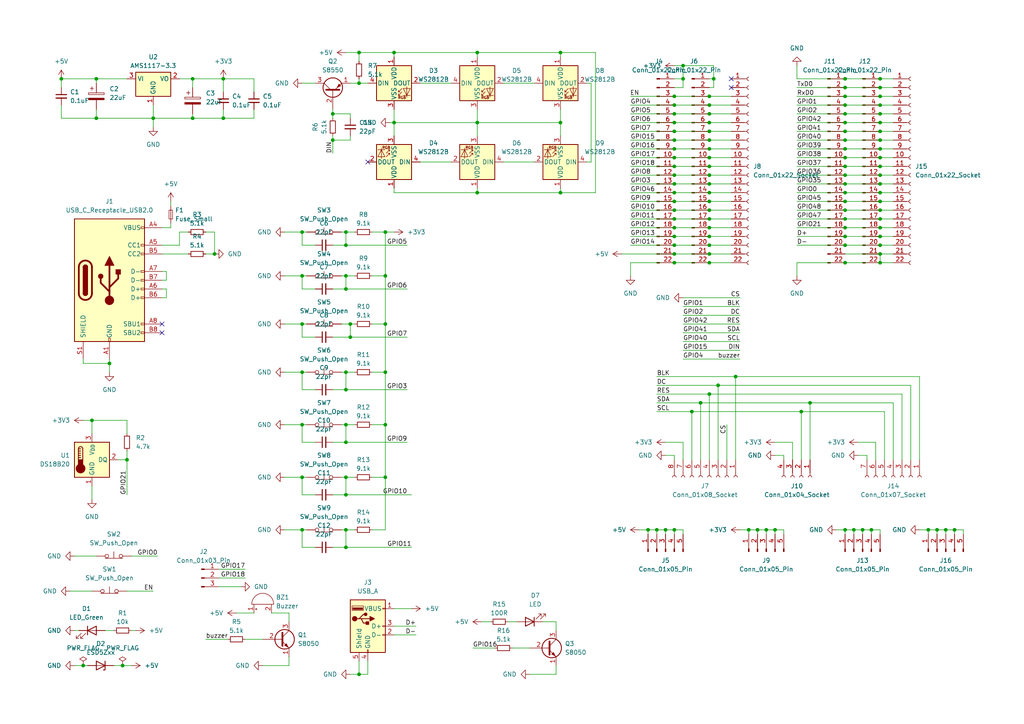
<source format=kicad_sch>
(kicad_sch (version 20230121) (generator eeschema)
  (paper "A4")
  (junction (at 100.33 113.03))
  (junction (at 222.25 153.67))
  (junction (at 213.36 109.22))
  (junction (at 111.76 107.95))
  (junction (at 245.11 43.18))
  (junction (at 35.56 193.04))
  (junction (at 245.11 38.1))
  (junction (at 205.74 55.88))
  (junction (at 114.3 15.24))
  (junction (at 101.6 97.79))
  (junction (at 245.11 33.02))
  (junction (at 205.74 71.12))
  (junction (at 255.27 60.96))
  (junction (at 193.04 153.67))
  (junction (at 100.33 158.75))
  (junction (at 255.27 40.64))
  (junction (at 87.63 123.19))
  (junction (at 100.33 123.19))
  (junction (at 205.74 76.2))
  (junction (at 255.27 55.88))
  (junction (at 111.76 67.31))
  (junction (at 271.78 153.67))
  (junction (at 205.74 48.26))
  (junction (at 245.11 63.5))
  (junction (at 195.58 68.58))
  (junction (at 195.58 45.72))
  (junction (at 245.11 40.64))
  (junction (at 207.01 22.86))
  (junction (at 255.27 22.86))
  (junction (at 62.23 73.66))
  (junction (at 36.83 133.35))
  (junction (at 245.11 71.12))
  (junction (at 255.27 43.18))
  (junction (at 245.11 30.48))
  (junction (at 96.52 40.64))
  (junction (at 217.17 153.67))
  (junction (at 195.58 48.26))
  (junction (at 55.88 22.86))
  (junction (at 245.11 50.8))
  (junction (at 195.58 76.2))
  (junction (at 111.76 123.19))
  (junction (at 255.27 27.94))
  (junction (at 255.27 71.12))
  (junction (at 87.63 153.67))
  (junction (at 245.11 68.58))
  (junction (at 104.14 24.13))
  (junction (at 162.56 35.56))
  (junction (at 224.79 153.67))
  (junction (at 162.56 55.88))
  (junction (at 205.74 33.02))
  (junction (at 255.27 38.1))
  (junction (at 26.67 121.92))
  (junction (at 111.76 138.43))
  (junction (at 195.58 60.96))
  (junction (at 195.58 53.34))
  (junction (at 87.63 67.31))
  (junction (at 219.71 153.67))
  (junction (at 245.11 66.04))
  (junction (at 195.58 35.56))
  (junction (at 255.27 45.72))
  (junction (at 205.74 58.42))
  (junction (at 27.94 34.29))
  (junction (at 195.58 66.04))
  (junction (at 27.94 22.86))
  (junction (at 255.27 66.04))
  (junction (at 255.27 25.4))
  (junction (at 100.33 143.51))
  (junction (at 274.32 153.67))
  (junction (at 101.6 93.98))
  (junction (at 55.88 34.29))
  (junction (at 255.27 68.58))
  (junction (at 195.58 33.02))
  (junction (at 205.74 40.64))
  (junction (at 187.96 153.67))
  (junction (at 245.11 22.86))
  (junction (at 250.19 153.67))
  (junction (at 195.58 73.66))
  (junction (at 205.74 43.18))
  (junction (at 205.74 66.04))
  (junction (at 255.27 48.26))
  (junction (at 31.75 105.41))
  (junction (at 205.74 114.3))
  (junction (at 245.11 53.34))
  (junction (at 195.58 55.88))
  (junction (at 64.77 34.29))
  (junction (at 205.74 27.94))
  (junction (at 87.63 107.95))
  (junction (at 100.33 138.43))
  (junction (at 100.33 71.12))
  (junction (at 245.11 45.72))
  (junction (at 87.63 93.98))
  (junction (at 198.12 22.86))
  (junction (at 205.74 30.48))
  (junction (at 255.27 35.56))
  (junction (at 205.74 60.96))
  (junction (at 205.74 38.1))
  (junction (at 100.33 83.82))
  (junction (at 138.43 35.56))
  (junction (at 64.77 22.86))
  (junction (at 255.27 63.5))
  (junction (at 24.13 193.04))
  (junction (at 96.52 33.02))
  (junction (at 114.3 35.56))
  (junction (at 255.27 76.2))
  (junction (at 195.58 43.18))
  (junction (at 195.58 30.48))
  (junction (at 205.74 68.58))
  (junction (at 111.76 93.98))
  (junction (at 198.12 19.05))
  (junction (at 162.56 15.24))
  (junction (at 205.74 53.34))
  (junction (at 100.33 107.95))
  (junction (at 205.74 63.5))
  (junction (at 255.27 73.66))
  (junction (at 245.11 27.94))
  (junction (at 87.63 80.01))
  (junction (at 203.2 116.84))
  (junction (at 255.27 53.34))
  (junction (at 232.41 119.38))
  (junction (at 195.58 50.8))
  (junction (at 245.11 48.26))
  (junction (at 245.11 60.96))
  (junction (at 111.76 80.01))
  (junction (at 100.33 153.67))
  (junction (at 269.24 153.67))
  (junction (at 195.58 71.12))
  (junction (at 276.86 153.67))
  (junction (at 255.27 50.8))
  (junction (at 200.66 119.38))
  (junction (at 247.65 153.67))
  (junction (at 245.11 58.42))
  (junction (at 195.58 27.94))
  (junction (at 195.58 40.64))
  (junction (at 205.74 73.66))
  (junction (at 138.43 55.88))
  (junction (at 195.58 153.67))
  (junction (at 205.74 50.8))
  (junction (at 17.78 22.86))
  (junction (at 234.95 116.84))
  (junction (at 245.11 76.2))
  (junction (at 255.27 33.02))
  (junction (at 252.73 153.67))
  (junction (at 208.28 111.76))
  (junction (at 100.33 80.01))
  (junction (at 255.27 30.48))
  (junction (at 245.11 55.88))
  (junction (at 245.11 25.4))
  (junction (at 195.58 63.5))
  (junction (at 104.14 15.24))
  (junction (at 138.43 15.24))
  (junction (at 255.27 58.42))
  (junction (at 44.45 34.29))
  (junction (at 100.33 67.31))
  (junction (at 190.5 153.67))
  (junction (at 245.11 153.67))
  (junction (at 205.74 45.72))
  (junction (at 205.74 35.56))
  (junction (at 245.11 35.56))
  (junction (at 195.58 38.1))
  (junction (at 195.58 58.42))
  (junction (at 87.63 138.43))
  (junction (at 100.33 128.27))
  (junction (at 104.14 195.58))
  (no_connect (at 46.99 96.52))
  (no_connect (at 106.68 46.99))
  (no_connect (at 46.99 93.98))
  (no_connect (at 212.09 22.86))
  (no_connect (at 212.09 25.4))
  (wire (pts (xy 190.5 114.3) (xy 205.74 114.3)))
  (wire (pts (xy 255.27 60.96) (xy 259.08 60.96)))
  (wire (pts (xy 205.74 25.4) (xy 207.01 25.4)))
  (wire (pts (xy 182.88 58.42) (xy 195.58 58.42)))
  (wire (pts (xy 245.11 38.1) (xy 255.27 38.1)))
  (wire (pts (xy 255.27 43.18) (xy 259.08 43.18)))
  (wire (pts (xy 195.58 60.96) (xy 205.74 60.96)))
  (wire (pts (xy 161.29 195.58) (xy 161.29 193.04)))
  (wire (pts (xy 49.53 66.04) (xy 49.53 64.77)))
  (wire (pts (xy 231.14 58.42) (xy 245.11 58.42)))
  (wire (pts (xy 111.76 80.01) (xy 111.76 67.31)))
  (wire (pts (xy 104.14 24.13) (xy 106.68 24.13)))
  (wire (pts (xy 205.74 133.35) (xy 205.74 114.3)))
  (wire (pts (xy 100.33 83.82) (xy 118.11 83.82)))
  (wire (pts (xy 269.24 153.67) (xy 269.24 154.94)))
  (wire (pts (xy 195.58 71.12) (xy 205.74 71.12)))
  (wire (pts (xy 172.72 15.24) (xy 162.56 15.24)))
  (wire (pts (xy 138.43 15.24) (xy 114.3 15.24)))
  (wire (pts (xy 205.74 43.18) (xy 212.09 43.18)))
  (wire (pts (xy 195.58 27.94) (xy 205.74 27.94)))
  (wire (pts (xy 245.11 25.4) (xy 255.27 25.4)))
  (wire (pts (xy 255.27 76.2) (xy 259.08 76.2)))
  (wire (pts (xy 231.14 45.72) (xy 245.11 45.72)))
  (wire (pts (xy 100.33 158.75) (xy 119.38 158.75)))
  (wire (pts (xy 76.2 193.04) (xy 83.82 193.04)))
  (wire (pts (xy 36.83 171.45) (xy 44.45 171.45)))
  (wire (pts (xy 38.1 161.29) (xy 45.72 161.29)))
  (wire (pts (xy 46.99 66.04) (xy 49.53 66.04)))
  (wire (pts (xy 245.11 27.94) (xy 255.27 27.94)))
  (wire (pts (xy 96.52 33.02) (xy 96.52 34.29)))
  (wire (pts (xy 256.54 119.38) (xy 256.54 133.35)))
  (wire (pts (xy 99.06 153.67) (xy 100.33 153.67)))
  (wire (pts (xy 96.52 31.75) (xy 96.52 33.02)))
  (wire (pts (xy 195.58 38.1) (xy 205.74 38.1)))
  (wire (pts (xy 205.74 40.64) (xy 212.09 40.64)))
  (wire (pts (xy 17.78 34.29) (xy 27.94 34.29)))
  (wire (pts (xy 52.07 71.12) (xy 52.07 67.31)))
  (wire (pts (xy 205.74 76.2) (xy 212.09 76.2)))
  (wire (pts (xy 190.5 109.22) (xy 213.36 109.22)))
  (wire (pts (xy 207.01 25.4) (xy 207.01 22.86)))
  (wire (pts (xy 100.33 128.27) (xy 100.33 123.19)))
  (wire (pts (xy 193.04 128.27) (xy 198.12 128.27)))
  (wire (pts (xy 107.95 93.98) (xy 111.76 93.98)))
  (wire (pts (xy 195.58 58.42) (xy 205.74 58.42)))
  (wire (pts (xy 255.27 48.26) (xy 259.08 48.26)))
  (wire (pts (xy 44.45 34.29) (xy 44.45 36.83)))
  (wire (pts (xy 245.11 30.48) (xy 255.27 30.48)))
  (wire (pts (xy 276.86 153.67) (xy 276.86 154.94)))
  (wire (pts (xy 195.58 48.26) (xy 205.74 48.26)))
  (wire (pts (xy 35.56 193.04) (xy 38.1 193.04)))
  (wire (pts (xy 147.32 180.34) (xy 149.86 180.34)))
  (wire (pts (xy 48.26 78.74) (xy 48.26 81.28)))
  (wire (pts (xy 203.2 133.35) (xy 203.2 116.84)))
  (wire (pts (xy 182.88 55.88) (xy 195.58 55.88)))
  (wire (pts (xy 195.58 153.67) (xy 195.58 154.94)))
  (wire (pts (xy 231.14 76.2) (xy 231.14 80.01)))
  (wire (pts (xy 121.92 24.13) (xy 130.81 24.13)))
  (wire (pts (xy 27.94 31.75) (xy 27.94 34.29)))
  (wire (pts (xy 82.55 138.43) (xy 87.63 138.43)))
  (wire (pts (xy 96.52 158.75) (xy 100.33 158.75)))
  (wire (pts (xy 73.66 22.86) (xy 64.77 22.86)))
  (wire (pts (xy 162.56 35.56) (xy 138.43 35.56)))
  (wire (pts (xy 36.83 121.92) (xy 36.83 125.73)))
  (wire (pts (xy 187.96 153.67) (xy 190.5 153.67)))
  (wire (pts (xy 245.11 71.12) (xy 255.27 71.12)))
  (wire (pts (xy 205.74 45.72) (xy 212.09 45.72)))
  (wire (pts (xy 87.63 153.67) (xy 88.9 153.67)))
  (wire (pts (xy 276.86 153.67) (xy 279.4 153.67)))
  (wire (pts (xy 87.63 128.27) (xy 87.63 123.19)))
  (wire (pts (xy 62.23 67.31) (xy 59.69 67.31)))
  (wire (pts (xy 114.3 54.61) (xy 114.3 55.88)))
  (wire (pts (xy 100.33 83.82) (xy 100.33 80.01)))
  (wire (pts (xy 229.87 128.27) (xy 229.87 133.35)))
  (wire (pts (xy 245.11 53.34) (xy 255.27 53.34)))
  (wire (pts (xy 137.16 187.96) (xy 143.51 187.96)))
  (wire (pts (xy 205.74 63.5) (xy 212.09 63.5)))
  (wire (pts (xy 87.63 143.51) (xy 87.63 138.43)))
  (wire (pts (xy 231.14 76.2) (xy 245.11 76.2)))
  (wire (pts (xy 100.33 80.01) (xy 102.87 80.01)))
  (wire (pts (xy 87.63 158.75) (xy 87.63 153.67)))
  (wire (pts (xy 104.14 195.58) (xy 101.6 195.58)))
  (wire (pts (xy 96.52 71.12) (xy 100.33 71.12)))
  (wire (pts (xy 106.68 191.77) (xy 106.68 195.58)))
  (wire (pts (xy 33.02 193.04) (xy 35.56 193.04)))
  (wire (pts (xy 91.44 83.82) (xy 87.63 83.82)))
  (wire (pts (xy 114.3 31.75) (xy 114.3 35.56)))
  (wire (pts (xy 232.41 119.38) (xy 232.41 133.35)))
  (wire (pts (xy 255.27 53.34) (xy 259.08 53.34)))
  (wire (pts (xy 138.43 31.75) (xy 138.43 35.56)))
  (wire (pts (xy 254 128.27) (xy 248.92 128.27)))
  (wire (pts (xy 82.55 80.01) (xy 87.63 80.01)))
  (wire (pts (xy 87.63 97.79) (xy 87.63 93.98)))
  (wire (pts (xy 48.26 83.82) (xy 48.26 86.36)))
  (wire (pts (xy 36.83 130.81) (xy 36.83 133.35)))
  (wire (pts (xy 101.6 24.13) (xy 104.14 24.13)))
  (wire (pts (xy 62.23 73.66) (xy 62.23 67.31)))
  (wire (pts (xy 55.88 33.02) (xy 55.88 34.29)))
  (wire (pts (xy 55.88 22.86) (xy 64.77 22.86)))
  (wire (pts (xy 214.63 153.67) (xy 217.17 153.67)))
  (wire (pts (xy 234.95 116.84) (xy 234.95 133.35)))
  (wire (pts (xy 100.33 153.67) (xy 102.87 153.67)))
  (wire (pts (xy 255.27 50.8) (xy 259.08 50.8)))
  (wire (pts (xy 247.65 153.67) (xy 250.19 153.67)))
  (wire (pts (xy 24.13 105.41) (xy 31.75 105.41)))
  (wire (pts (xy 100.33 158.75) (xy 100.33 153.67)))
  (wire (pts (xy 231.14 55.88) (xy 245.11 55.88)))
  (wire (pts (xy 231.14 38.1) (xy 245.11 38.1)))
  (wire (pts (xy 138.43 55.88) (xy 162.56 55.88)))
  (wire (pts (xy 36.83 133.35) (xy 36.83 143.51)))
  (wire (pts (xy 245.11 66.04) (xy 255.27 66.04)))
  (wire (pts (xy 255.27 66.04) (xy 259.08 66.04)))
  (wire (pts (xy 195.58 68.58) (xy 205.74 68.58)))
  (wire (pts (xy 245.11 58.42) (xy 255.27 58.42)))
  (wire (pts (xy 101.6 97.79) (xy 118.11 97.79)))
  (wire (pts (xy 96.52 44.45) (xy 96.52 40.64)))
  (wire (pts (xy 190.5 119.38) (xy 200.66 119.38)))
  (wire (pts (xy 182.88 71.12) (xy 195.58 71.12)))
  (wire (pts (xy 231.14 60.96) (xy 245.11 60.96)))
  (wire (pts (xy 100.33 113.03) (xy 100.33 107.95)))
  (wire (pts (xy 264.16 111.76) (xy 264.16 133.35)))
  (wire (pts (xy 255.27 153.67) (xy 255.27 154.94)))
  (wire (pts (xy 111.76 107.95) (xy 111.76 123.19)))
  (wire (pts (xy 121.92 46.99) (xy 130.81 46.99)))
  (wire (pts (xy 182.88 40.64) (xy 195.58 40.64)))
  (wire (pts (xy 111.76 93.98) (xy 111.76 80.01)))
  (wire (pts (xy 96.52 40.64) (xy 96.52 39.37)))
  (wire (pts (xy 100.33 107.95) (xy 102.87 107.95)))
  (wire (pts (xy 87.63 71.12) (xy 87.63 67.31)))
  (wire (pts (xy 52.07 22.86) (xy 55.88 22.86)))
  (wire (pts (xy 48.26 81.28) (xy 46.99 81.28)))
  (wire (pts (xy 46.99 78.74) (xy 48.26 78.74)))
  (wire (pts (xy 99.06 107.95) (xy 100.33 107.95)))
  (wire (pts (xy 182.88 27.94) (xy 195.58 27.94)))
  (wire (pts (xy 138.43 15.24) (xy 138.43 16.51)))
  (wire (pts (xy 114.3 176.53) (xy 119.38 176.53)))
  (wire (pts (xy 107.95 80.01) (xy 111.76 80.01)))
  (wire (pts (xy 255.27 33.02) (xy 259.08 33.02)))
  (wire (pts (xy 198.12 88.9) (xy 214.63 88.9)))
  (wire (pts (xy 224.79 153.67) (xy 227.33 153.67)))
  (wire (pts (xy 111.76 123.19) (xy 111.76 138.43)))
  (wire (pts (xy 96.52 143.51) (xy 100.33 143.51)))
  (wire (pts (xy 195.58 50.8) (xy 205.74 50.8)))
  (wire (pts (xy 245.11 60.96) (xy 255.27 60.96)))
  (wire (pts (xy 82.55 153.67) (xy 87.63 153.67)))
  (wire (pts (xy 224.79 153.67) (xy 224.79 154.94)))
  (wire (pts (xy 146.05 46.99) (xy 154.94 46.99)))
  (wire (pts (xy 205.74 114.3) (xy 261.62 114.3)))
  (wire (pts (xy 99.06 67.31) (xy 100.33 67.31)))
  (wire (pts (xy 255.27 38.1) (xy 259.08 38.1)))
  (wire (pts (xy 27.94 22.86) (xy 27.94 24.13)))
  (wire (pts (xy 227.33 153.67) (xy 227.33 154.94)))
  (wire (pts (xy 231.14 19.05) (xy 231.14 22.86)))
  (wire (pts (xy 111.76 138.43) (xy 111.76 153.67)))
  (wire (pts (xy 182.88 66.04) (xy 195.58 66.04)))
  (wire (pts (xy 182.88 33.02) (xy 195.58 33.02)))
  (wire (pts (xy 182.88 43.18) (xy 195.58 43.18)))
  (wire (pts (xy 195.58 30.48) (xy 205.74 30.48)))
  (wire (pts (xy 55.88 34.29) (xy 44.45 34.29)))
  (wire (pts (xy 107.95 67.31) (xy 111.76 67.31)))
  (wire (pts (xy 96.52 83.82) (xy 100.33 83.82)))
  (wire (pts (xy 114.3 184.15) (xy 120.65 184.15)))
  (wire (pts (xy 21.59 193.04) (xy 24.13 193.04)))
  (wire (pts (xy 55.88 22.86) (xy 55.88 25.4)))
  (wire (pts (xy 182.88 48.26) (xy 195.58 48.26)))
  (wire (pts (xy 205.74 33.02) (xy 212.09 33.02)))
  (wire (pts (xy 101.6 97.79) (xy 101.6 93.98)))
  (wire (pts (xy 87.63 80.01) (xy 88.9 80.01)))
  (wire (pts (xy 182.88 60.96) (xy 195.58 60.96)))
  (wire (pts (xy 146.05 24.13) (xy 154.94 24.13)))
  (wire (pts (xy 87.63 107.95) (xy 88.9 107.95)))
  (wire (pts (xy 255.27 63.5) (xy 259.08 63.5)))
  (wire (pts (xy 87.63 138.43) (xy 88.9 138.43)))
  (wire (pts (xy 180.34 73.66) (xy 195.58 73.66)))
  (wire (pts (xy 234.95 116.84) (xy 259.08 116.84)))
  (wire (pts (xy 252.73 153.67) (xy 255.27 153.67)))
  (wire (pts (xy 198.12 19.05) (xy 198.12 22.86)))
  (wire (pts (xy 195.58 55.88) (xy 205.74 55.88)))
  (wire (pts (xy 231.14 22.86) (xy 245.11 22.86)))
  (wire (pts (xy 82.55 107.95) (xy 87.63 107.95)))
  (wire (pts (xy 101.6 34.29) (xy 101.6 33.02)))
  (wire (pts (xy 195.58 66.04) (xy 205.74 66.04)))
  (wire (pts (xy 274.32 153.67) (xy 276.86 153.67)))
  (wire (pts (xy 231.14 66.04) (xy 245.11 66.04)))
  (wire (pts (xy 195.58 33.02) (xy 205.74 33.02)))
  (wire (pts (xy 255.27 27.94) (xy 259.08 27.94)))
  (wire (pts (xy 205.74 48.26) (xy 212.09 48.26)))
  (wire (pts (xy 259.08 116.84) (xy 259.08 133.35)))
  (wire (pts (xy 255.27 73.66) (xy 259.08 73.66)))
  (wire (pts (xy 101.6 93.98) (xy 102.87 93.98)))
  (wire (pts (xy 20.32 171.45) (xy 26.67 171.45)))
  (wire (pts (xy 100.33 67.31) (xy 102.87 67.31)))
  (wire (pts (xy 271.78 153.67) (xy 274.32 153.67)))
  (wire (pts (xy 255.27 73.66) (xy 255.27 76.2)))
  (wire (pts (xy 111.76 107.95) (xy 111.76 93.98)))
  (wire (pts (xy 195.58 40.64) (xy 205.74 40.64)))
  (wire (pts (xy 187.96 153.67) (xy 187.96 154.94)))
  (wire (pts (xy 83.82 177.8) (xy 78.74 177.8)))
  (wire (pts (xy 24.13 193.04) (xy 25.4 193.04)))
  (wire (pts (xy 245.11 73.66) (xy 255.27 73.66)))
  (wire (pts (xy 198.12 25.4) (xy 195.58 25.4)))
  (wire (pts (xy 255.27 22.86) (xy 259.08 22.86)))
  (wire (pts (xy 157.48 180.34) (xy 161.29 180.34)))
  (wire (pts (xy 190.5 153.67) (xy 193.04 153.67)))
  (wire (pts (xy 170.18 24.13) (xy 171.45 24.13)))
  (wire (pts (xy 64.77 22.86) (xy 64.77 26.67)))
  (wire (pts (xy 49.53 58.42) (xy 49.53 59.69)))
  (wire (pts (xy 21.59 161.29) (xy 27.94 161.29)))
  (wire (pts (xy 205.74 66.04) (xy 212.09 66.04)))
  (wire (pts (xy 205.74 38.1) (xy 212.09 38.1)))
  (wire (pts (xy 195.58 73.66) (xy 205.74 73.66)))
  (wire (pts (xy 255.27 40.64) (xy 259.08 40.64)))
  (wire (pts (xy 182.88 68.58) (xy 195.58 68.58)))
  (wire (pts (xy 71.12 185.42) (xy 76.2 185.42)))
  (wire (pts (xy 213.36 133.35) (xy 213.36 109.22)))
  (wire (pts (xy 205.74 60.96) (xy 212.09 60.96)))
  (wire (pts (xy 245.11 45.72) (xy 255.27 45.72)))
  (wire (pts (xy 36.83 22.86) (xy 27.94 22.86)))
  (wire (pts (xy 46.99 71.12) (xy 52.07 71.12)))
  (wire (pts (xy 100.33 143.51) (xy 100.33 138.43)))
  (wire (pts (xy 185.42 153.67) (xy 187.96 153.67)))
  (wire (pts (xy 245.11 63.5) (xy 255.27 63.5)))
  (wire (pts (xy 68.58 177.8) (xy 73.66 177.8)))
  (wire (pts (xy 219.71 153.67) (xy 219.71 154.94)))
  (wire (pts (xy 63.5 170.18) (xy 69.85 170.18)))
  (wire (pts (xy 195.58 63.5) (xy 205.74 63.5)))
  (wire (pts (xy 195.58 43.18) (xy 205.74 43.18)))
  (wire (pts (xy 205.74 71.12) (xy 212.09 71.12)))
  (wire (pts (xy 245.11 22.86) (xy 255.27 22.86)))
  (wire (pts (xy 107.95 138.43) (xy 111.76 138.43)))
  (wire (pts (xy 46.99 73.66) (xy 54.61 73.66)))
  (wire (pts (xy 63.5 165.1) (xy 71.12 165.1)))
  (wire (pts (xy 245.11 76.2) (xy 255.27 76.2)))
  (wire (pts (xy 182.88 30.48) (xy 195.58 30.48)))
  (wire (pts (xy 162.56 31.75) (xy 162.56 35.56)))
  (wire (pts (xy 200.66 119.38) (xy 232.41 119.38)))
  (wire (pts (xy 99.06 123.19) (xy 100.33 123.19)))
  (wire (pts (xy 87.63 93.98) (xy 88.9 93.98)))
  (wire (pts (xy 114.3 15.24) (xy 104.14 15.24)))
  (wire (pts (xy 36.83 133.35) (xy 34.29 133.35)))
  (wire (pts (xy 208.28 133.35) (xy 208.28 111.76)))
  (wire (pts (xy 269.24 153.67) (xy 271.78 153.67)))
  (wire (pts (xy 44.45 30.48) (xy 44.45 34.29)))
  (wire (pts (xy 231.14 68.58) (xy 245.11 68.58)))
  (wire (pts (xy 26.67 140.97) (xy 26.67 144.78)))
  (wire (pts (xy 205.74 58.42) (xy 212.09 58.42)))
  (wire (pts (xy 46.99 83.82) (xy 48.26 83.82)))
  (wire (pts (xy 63.5 167.64) (xy 71.12 167.64)))
  (wire (pts (xy 171.45 24.13) (xy 171.45 46.99)))
  (wire (pts (xy 99.06 138.43) (xy 100.33 138.43)))
  (wire (pts (xy 100.33 143.51) (xy 119.38 143.51)))
  (wire (pts (xy 255.27 30.48) (xy 259.08 30.48)))
  (wire (pts (xy 198.12 104.14) (xy 214.63 104.14)))
  (wire (pts (xy 91.44 113.03) (xy 87.63 113.03)))
  (wire (pts (xy 245.11 35.56) (xy 255.27 35.56)))
  (wire (pts (xy 210.82 123.19) (xy 210.82 133.35)))
  (wire (pts (xy 254 133.35) (xy 254 128.27)))
  (wire (pts (xy 162.56 16.51) (xy 162.56 15.24)))
  (wire (pts (xy 148.59 187.96) (xy 153.67 187.96)))
  (wire (pts (xy 96.52 113.03) (xy 100.33 113.03)))
  (wire (pts (xy 203.2 116.84) (xy 234.95 116.84)))
  (wire (pts (xy 274.32 153.67) (xy 274.32 154.94)))
  (wire (pts (xy 231.14 25.4) (xy 245.11 25.4)))
  (wire (pts (xy 106.68 195.58) (xy 104.14 195.58)))
  (wire (pts (xy 46.99 86.36) (xy 48.26 86.36)))
  (wire (pts (xy 266.7 153.67) (xy 269.24 153.67)))
  (wire (pts (xy 73.66 26.67) (xy 73.66 22.86)))
  (wire (pts (xy 219.71 153.67) (xy 222.25 153.67)))
  (wire (pts (xy 30.48 182.88) (xy 33.02 182.88)))
  (wire (pts (xy 17.78 22.86) (xy 27.94 22.86)))
  (wire (pts (xy 59.69 73.66) (xy 62.23 73.66)))
  (wire (pts (xy 99.06 80.01) (xy 100.33 80.01)))
  (wire (pts (xy 252.73 153.67) (xy 252.73 154.94)))
  (wire (pts (xy 195.58 53.34) (xy 205.74 53.34)))
  (wire (pts (xy 182.88 50.8) (xy 195.58 50.8)))
  (wire (pts (xy 231.14 33.02) (xy 245.11 33.02)))
  (wire (pts (xy 205.74 55.88) (xy 212.09 55.88)))
  (wire (pts (xy 213.36 109.22) (xy 266.7 109.22)))
  (wire (pts (xy 104.14 15.24) (xy 104.14 17.78)))
  (wire (pts (xy 198.12 99.06) (xy 214.63 99.06)))
  (wire (pts (xy 250.19 153.67) (xy 250.19 154.94)))
  (wire (pts (xy 231.14 50.8) (xy 245.11 50.8)))
  (wire (pts (xy 162.56 35.56) (xy 162.56 39.37)))
  (wire (pts (xy 31.75 105.41) (xy 31.75 107.95)))
  (wire (pts (xy 198.12 128.27) (xy 198.12 133.35)))
  (wire (pts (xy 31.75 104.14) (xy 31.75 105.41)))
  (wire (pts (xy 205.74 30.48) (xy 212.09 30.48)))
  (wire (pts (xy 245.11 40.64) (xy 255.27 40.64)))
  (wire (pts (xy 195.58 22.86) (xy 198.12 22.86)))
  (wire (pts (xy 101.6 39.37) (xy 101.6 40.64)))
  (wire (pts (xy 83.82 193.04) (xy 83.82 190.5)))
  (wire (pts (xy 205.74 50.8) (xy 212.09 50.8)))
  (wire (pts (xy 171.45 46.99) (xy 170.18 46.99)))
  (wire (pts (xy 73.66 31.75) (xy 73.66 34.29)))
  (wire (pts (xy 38.1 182.88) (xy 39.37 182.88)))
  (wire (pts (xy 182.88 76.2) (xy 195.58 76.2)))
  (wire (pts (xy 198.12 93.98) (xy 214.63 93.98)))
  (wire (pts (xy 231.14 48.26) (xy 245.11 48.26)))
  (wire (pts (xy 198.12 86.36) (xy 214.63 86.36)))
  (wire (pts (xy 261.62 114.3) (xy 261.62 133.35)))
  (wire (pts (xy 231.14 43.18) (xy 245.11 43.18)))
  (wire (pts (xy 198.12 22.86) (xy 198.12 25.4)))
  (wire (pts (xy 162.56 54.61) (xy 162.56 55.88)))
  (wire (pts (xy 271.78 153.67) (xy 271.78 154.94)))
  (wire (pts (xy 113.03 35.56) (xy 114.3 35.56)))
  (wire (pts (xy 248.92 132.08) (xy 251.46 132.08)))
  (wire (pts (xy 101.6 40.64) (xy 96.52 40.64)))
  (wire (pts (xy 87.63 113.03) (xy 87.63 107.95)))
  (wire (pts (xy 87.63 24.13) (xy 91.44 24.13)))
  (wire (pts (xy 198.12 101.6) (xy 214.63 101.6)))
  (wire (pts (xy 217.17 153.67) (xy 219.71 153.67)))
  (wire (pts (xy 21.59 182.88) (xy 22.86 182.88)))
  (wire (pts (xy 138.43 35.56) (xy 138.43 39.37)))
  (wire (pts (xy 91.44 143.51) (xy 87.63 143.51)))
  (wire (pts (xy 111.76 67.31) (xy 114.3 67.31)))
  (wire (pts (xy 107.95 107.95) (xy 111.76 107.95)))
  (wire (pts (xy 114.3 55.88) (xy 138.43 55.88)))
  (wire (pts (xy 255.27 35.56) (xy 259.08 35.56)))
  (wire (pts (xy 17.78 25.4) (xy 17.78 22.86)))
  (wire (pts (xy 195.58 45.72) (xy 205.74 45.72)))
  (wire (pts (xy 205.74 22.86) (xy 207.01 22.86)))
  (wire (pts (xy 205.74 68.58) (xy 212.09 68.58)))
  (wire (pts (xy 64.77 34.29) (xy 55.88 34.29)))
  (wire (pts (xy 245.11 153.67) (xy 247.65 153.67)))
  (wire (pts (xy 224.79 128.27) (xy 229.87 128.27)))
  (wire (pts (xy 91.44 128.27) (xy 87.63 128.27)))
  (wire (pts (xy 138.43 54.61) (xy 138.43 55.88)))
  (wire (pts (xy 222.25 153.67) (xy 224.79 153.67)))
  (wire (pts (xy 87.63 83.82) (xy 87.63 80.01)))
  (wire (pts (xy 182.88 53.34) (xy 195.58 53.34)))
  (wire (pts (xy 198.12 91.44) (xy 214.63 91.44)))
  (wire (pts (xy 52.07 67.31) (xy 54.61 67.31)))
  (wire (pts (xy 193.04 153.67) (xy 193.04 154.94)))
  (wire (pts (xy 224.79 132.08) (xy 227.33 132.08)))
  (wire (pts (xy 91.44 97.79) (xy 87.63 97.79)))
  (wire (pts (xy 153.67 195.58) (xy 161.29 195.58)))
  (wire (pts (xy 195.58 19.05) (xy 198.12 19.05)))
  (wire (pts (xy 96.52 97.79) (xy 101.6 97.79)))
  (wire (pts (xy 114.3 35.56) (xy 114.3 39.37)))
  (wire (pts (xy 82.55 123.19) (xy 87.63 123.19)))
  (wire (pts (xy 207.01 22.86) (xy 207.01 19.05)))
  (wire (pts (xy 195.58 35.56) (xy 205.74 35.56)))
  (wire (pts (xy 231.14 35.56) (xy 245.11 35.56)))
  (wire (pts (xy 279.4 153.67) (xy 279.4 154.94)))
  (wire (pts (xy 17.78 30.48) (xy 17.78 34.29)))
  (wire (pts (xy 96.52 128.27) (xy 100.33 128.27)))
  (wire (pts (xy 100.33 123.19) (xy 102.87 123.19)))
  (wire (pts (xy 162.56 15.24) (xy 138.43 15.24)))
  (wire (pts (xy 24.13 104.14) (xy 24.13 105.41)))
  (wire (pts (xy 27.94 34.29) (xy 44.45 34.29)))
  (wire (pts (xy 83.82 180.34) (xy 83.82 177.8)))
  (wire (pts (xy 231.14 53.34) (xy 245.11 53.34)))
  (wire (pts (xy 100.33 138.43) (xy 102.87 138.43)))
  (wire (pts (xy 182.88 38.1) (xy 195.58 38.1)))
  (wire (pts (xy 205.74 73.66) (xy 212.09 73.66)))
  (wire (pts (xy 100.33 71.12) (xy 118.11 71.12)))
  (wire (pts (xy 231.14 27.94) (xy 245.11 27.94)))
  (wire (pts (xy 195.58 153.67) (xy 198.12 153.67)))
  (wire (pts (xy 247.65 153.67) (xy 247.65 154.94)))
  (wire (pts (xy 198.12 153.67) (xy 198.12 154.94)))
  (wire (pts (xy 255.27 55.88) (xy 259.08 55.88)))
  (wire (pts (xy 193.04 132.08) (xy 195.58 132.08)))
  (wire (pts (xy 139.7 180.34) (xy 142.24 180.34)))
  (wire (pts (xy 104.14 15.24) (xy 100.33 15.24)))
  (wire (pts (xy 245.11 48.26) (xy 255.27 48.26)))
  (wire (pts (xy 231.14 40.64) (xy 245.11 40.64)))
  (wire (pts (xy 82.55 67.31) (xy 87.63 67.31)))
  (wire (pts (xy 232.41 119.38) (xy 256.54 119.38)))
  (wire (pts (xy 222.25 153.67) (xy 222.25 154.94)))
  (wire (pts (xy 205.74 35.56) (xy 212.09 35.56)))
  (wire (pts (xy 231.14 30.48) (xy 245.11 30.48)))
  (wire (pts (xy 266.7 109.22) (xy 266.7 133.35)))
  (wire (pts (xy 255.27 25.4) (xy 259.08 25.4)))
  (wire (pts (xy 245.11 55.88) (xy 255.27 55.88)))
  (wire (pts (xy 107.95 123.19) (xy 111.76 123.19)))
  (wire (pts (xy 100.33 113.03) (xy 118.11 113.03)))
  (wire (pts (xy 87.63 67.31) (xy 88.9 67.31)))
  (wire (pts (xy 255.27 58.42) (xy 259.08 58.42)))
  (wire (pts (xy 182.88 76.2) (xy 182.88 80.01)))
  (wire (pts (xy 26.67 121.92) (xy 36.83 121.92)))
  (wire (pts (xy 245.11 33.02) (xy 255.27 33.02)))
  (wire (pts (xy 251.46 132.08) (xy 251.46 133.35)))
  (wire (pts (xy 245.11 43.18) (xy 255.27 43.18)))
  (wire (pts (xy 26.67 121.92) (xy 26.67 125.73)))
  (wire (pts (xy 104.14 191.77) (xy 104.14 195.58)))
  (wire (pts (xy 162.56 55.88) (xy 172.72 55.88)))
  (wire (pts (xy 208.28 111.76) (xy 264.16 111.76)))
  (wire (pts (xy 193.04 153.67) (xy 195.58 153.67)))
  (wire (pts (xy 242.57 153.67) (xy 245.11 153.67)))
  (wire (pts (xy 161.29 180.34) (xy 161.29 182.88)))
  (wire (pts (xy 255.27 68.58) (xy 259.08 68.58)))
  (wire (pts (xy 190.5 111.76) (xy 208.28 111.76)))
  (wire (pts (xy 64.77 31.75) (xy 64.77 34.29)))
  (wire (pts (xy 101.6 33.02) (xy 96.52 33.02)))
  (wire (pts (xy 59.69 185.42) (xy 66.04 185.42)))
  (wire (pts (xy 82.55 93.98) (xy 87.63 93.98)))
  (wire (pts (xy 245.11 50.8) (xy 255.27 50.8)))
  (wire (pts (xy 138.43 35.56) (xy 114.3 35.56)))
  (wire (pts (xy 182.88 63.5) (xy 195.58 63.5)))
  (wire (pts (xy 104.14 22.86) (xy 104.14 24.13)))
  (wire (pts (xy 182.88 35.56) (xy 195.58 35.56)))
  (wire (pts (xy 205.74 27.94) (xy 212.09 27.94)))
  (wire (pts (xy 217.17 153.67) (xy 217.17 154.94)))
  (wire (pts (xy 107.95 153.67) (xy 111.76 153.67)))
  (wire (pts (xy 190.5 153.67) (xy 190.5 154.94)))
  (wire (pts (xy 91.44 158.75) (xy 87.63 158.75)))
  (wire (pts (xy 250.19 153.67) (xy 252.73 153.67)))
  (wire (pts (xy 91.44 71.12) (xy 87.63 71.12)))
  (wire (pts (xy 195.58 76.2) (xy 205.74 76.2)))
  (wire (pts (xy 198.12 96.52) (xy 214.63 96.52)))
  (wire (pts (xy 182.88 45.72) (xy 195.58 45.72)))
  (wire (pts (xy 205.74 53.34) (xy 212.09 53.34)))
  (wire (pts (xy 87.63 123.19) (xy 88.9 123.19)))
  (wire (pts (xy 231.14 71.12) (xy 245.11 71.12)))
  (wire (pts (xy 114.3 15.24) (xy 114.3 16.51)))
  (wire (pts (xy 255.27 71.12) (xy 259.08 71.12)))
  (wire (pts (xy 73.66 34.29) (xy 64.77 34.29)))
  (wire (pts (xy 172.72 55.88) (xy 172.72 15.24)))
  (wire (pts (xy 207.01 19.05) (xy 198.12 19.05)))
  (wire (pts (xy 190.5 116.84) (xy 203.2 116.84)))
  (wire (pts (xy 200.66 133.35) (xy 200.66 119.38)))
  (wire (pts (xy 227.33 132.08) (xy 227.33 133.35)))
  (wire (pts (xy 195.58 132.08) (xy 195.58 133.35)))
  (wire (pts (xy 245.11 68.58) (xy 255.27 68.58)))
  (wire (pts (xy 245.11 153.67) (xy 245.11 154.94)))
  (wire (pts (xy 114.3 181.61) (xy 120.65 181.61)))
  (wire (pts (xy 100.33 71.12) (xy 100.33 67.31)))
  (wire (pts (xy 24.13 121.92) (xy 26.67 121.92)))
  (wire (pts (xy 99.06 93.98) (xy 101.6 93.98)))
  (wire (pts (xy 255.27 45.72) (xy 259.08 45.72)))
  (wire (pts (xy 231.14 63.5) (xy 245.11 63.5)))
  (wire (pts (xy 100.33 128.27) (xy 118.11 128.27)))
  (label "RxD0" (at 231.14 27.94 0))
  (label "GPIO10" (at 118.11 143.51 180))
  (label "GPIO2" (at 231.14 33.02 0))
  (label "GPIO5" (at 182.88 33.02 0))
  (label "GPIO1" (at 231.14 30.48 0))
  (label "SCL" (at 214.63 99.06 180))
  (label "buzzer" (at 214.63 104.14 180))
  (label "GPIO41" (at 231.14 38.1 0))
  (label "GPIO10" (at 182.88 60.96 0))
  (label "GPIO38" (at 231.14 45.72 0))
  (label "GPIO18" (at 71.12 167.64 180))
  (label "GPIO3" (at 182.88 53.34 0))
  (label "GPIO5" (at 118.11 71.12 180))
  (label "TxD0" (at 231.14 25.4 0))
  (label "GPIO11" (at 182.88 63.5 0))
  (label "GPIO2" (at 198.12 91.44 0))
  (label "CS" (at 214.63 86.36 180))
  (label "GPIO13" (at 182.88 68.58 0))
  (label "DIN" (at 96.52 44.45 90))
  (label "GPIO3" (at 118.11 113.03 180))
  (label "GPIO48" (at 231.14 60.96 0))
  (label "RES" (at 214.63 93.98 180))
  (label "D+" (at 120.65 181.61 180))
  (label "GPIO4" (at 198.12 104.14 0))
  (label "SDA" (at 214.63 96.52 180))
  (label "GPIO9" (at 182.88 58.42 0))
  (label "GPIO12" (at 182.88 66.04 0))
  (label "GPIO7" (at 182.88 38.1 0))
  (label "GPIO9" (at 118.11 128.27 180))
  (label "GPIO1" (at 198.12 88.9 0))
  (label "DIN" (at 214.63 101.6 180))
  (label "GPIO40" (at 198.12 99.06 0))
  (label "GPIO41" (at 198.12 96.52 0))
  (label "RES" (at 190.5 114.3 0))
  (label "GPIO16" (at 137.16 187.96 0))
  (label "GPIO39" (at 231.14 43.18 0))
  (label "GPIO6" (at 182.88 35.56 0))
  (label "GPIO11" (at 119.38 158.75 180))
  (label "EN" (at 44.45 171.45 180))
  (label "D+" (at 231.14 68.58 0))
  (label "GPIO45" (at 231.14 58.42 0))
  (label "buzzer" (at 59.69 185.42 0))
  (label "GPIO17" (at 71.12 165.1 180))
  (label "GPIO16" (at 182.88 43.18 0))
  (label "D-" (at 120.65 184.15 180))
  (label "GPIO46" (at 182.88 55.88 0))
  (label "DC" (at 190.5 111.76 0))
  (label "GPIO47" (at 231.14 63.5 0))
  (label "BLK" (at 190.5 109.22 0))
  (label "GPIO17" (at 182.88 45.72 0))
  (label "D-" (at 231.14 71.12 0))
  (label "SCL" (at 190.5 119.38 0))
  (label "GPIO15" (at 198.12 101.6 0))
  (label "GPIO14" (at 182.88 71.12 0))
  (label "GPIO40" (at 231.14 40.64 0))
  (label "BLK" (at 214.63 88.9 180))
  (label "GPIO37" (at 231.14 48.26 0))
  (label "GPIO42" (at 231.14 35.56 0))
  (label "GPIO6" (at 118.11 83.82 180))
  (label "GPIO4" (at 182.88 30.48 0))
  (label "GPIO0" (at 45.72 161.29 180))
  (label "GPIO8" (at 182.88 50.8 0))
  (label "GPIO21" (at 231.14 66.04 0))
  (label "GPIO15" (at 182.88 40.64 0))
  (label "GPIO0" (at 231.14 55.88 0))
  (label "GPIO21" (at 36.83 143.51 90))
  (label "GPIO18" (at 182.88 48.26 0))
  (label "SDA" (at 190.5 116.84 0))
  (label "GPIO7" (at 118.11 97.79 180))
  (label "GPIO42" (at 198.12 93.98 0))
  (label "CS" (at 210.82 123.19 270))
  (label "GPIO35" (at 231.14 53.34 0))
  (label "EN" (at 185.42 27.94 180))
  (label "GPIO36" (at 231.14 50.8 0))
  (label "DC" (at 214.63 91.44 180))
  (symbol (lib_id "power:GND") (at 44.45 36.83 0) (unit 1)
    (property "Reference" "#PWR011" (effects hide))
    (property "Value" "GND" (at 44.45 41.91 0))
  )
  (symbol (lib_id "power:GND") (at 82.55 138.43 270) (unit 1)
    (property "Reference" "#PWR023" (effects hide))
    (property "Value" "GND" (at 78.74 138.43 90) (effects (justify right)))
  )
  (symbol (lib_id "Device:R_Small") (at 105.41 153.67 270) (unit 1)
    (property "Reference" "R14" (at 105.41 148.59 90))
    (property "Value" "9.1k" (at 105.41 151.13 90))
    (property "Footprint" "Resistor_SMD:R_0805_2012Metric_Pad1.20x1.40mm_HandSolder" (effects hide))
  )
  (symbol (lib_id "power:PWR_FLAG") (at 24.13 193.04 0) (unit 1)
    (property "Reference" "#FLG01" (effects hide))
    (property "Value" "PWR_FLAG" (at 24.13 187.96 0))
  )
  (symbol (lib_id "power:GND") (at 62.23 73.66 90) (unit 1)
    (property "Reference" "#PWR013" (effects hide))
    (property "Value" "GND" (at 66.04 73.66 90) (effects (justify right)))
  )
  (symbol (lib_id "power:GND") (at 224.79 132.08 270) (unit 1)
    (property "Reference" "#PWR042" (effects hide))
    (property "Value" "GND" (at 220.98 132.08 90) (effects (justify right)))
  )
  (symbol (lib_id "Switch:SW_Push_Open") (at 93.98 93.98 0) (unit 1)
    (property "Reference" "SW5" (at 93.98 87.63 0))
    (property "Value" "SW_Push_Open" (at 93.98 90.17 0))
    (property "Footprint" "Button_Switch_SMD:SW_SPST_CK_RS282G05A3" (effects hide))
  )
  (symbol (lib_id "Transistor_BJT:S8050") (at 81.28 185.42 0) (unit 1)
    (property "Reference" "Q1" (at 86.36 184.15 0) (effects (justify left)))
    (property "Value" "S8050" (at 86.36 186.69 0) (effects (justify left)))
    (property "Footprint" "Package_TO_SOT_SMD:SOT-23-3_S8050" (effects hide))
    (property "Datasheet" "http://www.unisonic.com.tw/datasheet/S8050.pdf" (effects hide))
  )
  (symbol (lib_id "Device:C_Small") (at 93.98 128.27 90) (unit 1)
    (property "Reference" "C10" (at 93.9863 121.92 90))
    (property "Value" "22pF" (at 93.9863 124.46 90))
    (property "Footprint" "Capacitor_SMD:C_0805_2012Metric_Pad1.18x1.45mm_HandSolder" (effects hide))
  )
  (symbol (lib_id "power:GND") (at 153.67 195.58 270) (unit 1)
    (property "Reference" "#PWR032" (effects hide))
    (property "Value" "GND" (at 149.86 195.58 90) (effects (justify right)))
  )
  (symbol (lib_id "Device:C_Small") (at 17.78 27.94 0) (unit 1)
    (property "Reference" "C1" (at 20.32 26.6763 0) (effects (justify left)))
    (property "Value" "0.1uF" (at 20.32 29.2163 0) (effects (justify left)))
    (property "Footprint" "Capacitor_SMD:C_1206_3216Metric_Pad1.33x1.80mm_HandSolder" (effects hide))
  )
  (symbol (lib_id "power:GND") (at 31.75 107.95 0) (unit 1)
    (property "Reference" "#PWR08" (effects hide))
    (property "Value" "GND" (at 31.75 113.03 0))
  )
  (symbol (lib_id "power:+3V3") (at 248.92 128.27 90) (unit 1)
    (property "Reference" "#PWR046" (effects hide))
    (property "Value" "+3V3" (at 245.11 128.27 90) (effects (justify left)))
  )
  (symbol (lib_id "Transistor_BJT:S8050") (at 158.75 187.96 0) (unit 1)
    (property "Reference" "Q3" (at 163.83 186.69 0) (effects (justify left)))
    (property "Value" "S8050" (at 163.83 189.23 0) (effects (justify left)))
    (property "Footprint" "Package_TO_SOT_SMD:SOT-23-3_S8050" (effects hide))
    (property "Datasheet" "http://www.unisonic.com.tw/datasheet/S8050.pdf" (effects hide))
  )
  (symbol (lib_id "Transistor_BJT:S8550") (at 96.52 26.67 90) (unit 1)
    (property "Reference" "Q2" (at 96.52 17.78 90))
    (property "Value" "S8550" (at 96.52 20.32 90))
    (property "Footprint" "Package_TO_SOT_SMD:SOT-23-3_S8050" (effects hide))
    (property "Datasheet" "http://www.unisonic.com.tw/datasheet/S8550.pdf" (effects hide))
  )
  (symbol (lib_id "Switch:SW_Push_Open") (at 93.98 107.95 0) (unit 1)
    (property "Reference" "SW6" (at 93.98 101.6 0))
    (property "Value" "SW_Push_Open" (at 93.98 104.14 0))
    (property "Footprint" "Button_Switch_SMD:SW_SPST_CK_RS282G05A3" (effects hide))
  )
  (symbol (lib_id "power:GND") (at 69.85 170.18 90) (unit 1)
    (property "Reference" "#PWR016" (effects hide))
    (property "Value" "GND" (at 73.66 170.18 90) (effects (justify right)))
  )
  (symbol (lib_id "power:+3V3") (at 224.79 128.27 90) (unit 1)
    (property "Reference" "#PWR041" (effects hide))
    (property "Value" "+3V3" (at 220.98 128.27 90) (effects (justify left)))
  )
  (symbol (lib_id "power:GND") (at 82.55 123.19 270) (unit 1)
    (property "Reference" "#PWR022" (effects hide))
    (property "Value" "GND" (at 78.74 123.19 90) (effects (justify right)))
  )
  (symbol (lib_id "Switch:SW_Push_Open") (at 33.02 161.29 0) (unit 1)
    (property "Reference" "SW2" (at 33.02 154.94 0))
    (property "Value" "SW_Push_Open" (at 33.02 157.48 0))
    (property "Footprint" "Button_Switch_SMD:SW_SPST_CK_RS282G05A3" (effects hide))
  )
  (symbol (lib_id "Device:C_Small") (at 64.77 29.21 0) (unit 1)
    (property "Reference" "C4" (at 67.31 27.9463 0) (effects (justify left)))
    (property "Value" "0.1uF" (at 67.31 30.4863 0) (effects (justify left)))
    (property "Footprint" "Capacitor_SMD:C_1206_3216Metric_Pad1.33x1.80mm_HandSolder" (effects hide))
  )
  (symbol (lib_id "power:+5V") (at 38.1 193.04 270) (unit 1)
    (property "Reference" "#PWR09" (effects hide))
    (property "Value" "+5V" (at 41.91 193.04 90) (effects (justify left)))
  )
  (symbol (lib_id "Device:C_Small") (at 93.98 97.79 90) (unit 1)
    (property "Reference" "C8" (at 93.9863 91.44 90))
    (property "Value" "22pF" (at 93.9863 93.98 90))
    (property "Footprint" "Capacitor_SMD:C_0805_2012Metric_Pad1.18x1.45mm_HandSolder" (effects hide))
  )
  (symbol (lib_id "power:+3V3") (at 24.13 121.92 90) (unit 1)
    (property "Reference" "#PWR06" (effects hide))
    (property "Value" "+3V3" (at 20.32 121.92 90) (effects (justify left)))
  )
  (symbol (lib_id "Connector:Conn_01x22_Socket") (at 264.16 48.26 0) (unit 1)
    (property "Reference" "J15" (at 265.43 48.26 0) (effects (justify left)))
    (property "Value" "Conn_01x22_Socket" (at 265.43 50.8 0) (effects (justify left)))
    (property "Footprint" "Connector_PinSocket_2.54mm:PinSocket_1x22_P2.54mm_Vertical" (effects hide))
  )
  (symbol (lib_id "Device:C_Small") (at 93.98 143.51 90) (unit 1)
    (property "Reference" "C11" (at 93.9863 137.16 90))
    (property "Value" "22pF" (at 93.9863 139.7 90))
    (property "Footprint" "Capacitor_SMD:C_0805_2012Metric_Pad1.18x1.45mm_HandSolder" (effects hide))
  )
  (symbol (lib_id "Connector:Conn_01x05_Pin") (at 193.04 160.02 90) (unit 1)
    (property "Reference" "J5" (at 193.04 162.56 90))
    (property "Value" "Conn_01x05_Pin" (at 193.04 165.1 90))
    (property "Footprint" "Connector_PinHeader_2.54mm:PinHeader_1x05_P2.54mm_Vertical" (effects hide))
  )
  (symbol (lib_id "power:GND") (at 242.57 153.67 270) (unit 1)
    (property "Reference" "#PWR045" (effects hide))
    (property "Value" "GND" (at 238.76 153.67 90) (effects (justify right)))
  )
  (symbol (lib_id "power:+3V3") (at 214.63 153.67 90) (unit 1)
    (property "Reference" "#PWR040" (effects hide))
    (property "Value" "+3V3" (at 210.82 153.67 90) (effects (justify left)))
  )
  (symbol (lib_id "Connector:Conn_01x07_Socket") (at 259.08 138.43 270) (unit 1)
    (property "Reference" "J14" (at 259.08 140.97 90))
    (property "Value" "Conn_01x07_Socket" (at 259.08 143.51 90))
    (property "Footprint" "Connector_PinSocket_2.54mm:PinSocket_1x07_P2.54mm_Vertical" (effects hide))
  )
  (symbol (lib_id "Connector:Conn_01x03_Pin") (at 58.42 167.64 0) (unit 1)
    (property "Reference" "J2" (at 59.055 160.02 0))
    (property "Value" "Conn_01x03_Pin" (at 59.055 162.56 0))
    (property "Footprint" "Connector_PinHeader_2.54mm:PinHeader_1x03_P2.54mm_Vertical" (effects hide))
  )
  (symbol (lib_id "Device:R_Small") (at 68.58 185.42 90) (unit 1)
    (property "Reference" "R5" (at 68.58 180.34 90))
    (property "Value" "5.1k" (at 68.58 182.88 90))
    (property "Footprint" "Resistor_SMD:R_1206_3216Metric_Pad1.30x1.75mm_HandSolder" (effects hide))
  )
  (symbol (lib_id "power:+5V") (at 119.38 176.53 270) (unit 1)
    (property "Reference" "#PWR030" (effects hide))
    (property "Value" "+5V" (at 123.19 176.53 90) (effects (justify left)))
  )
  (symbol (lib_id "Device:R_Small") (at 105.41 93.98 270) (unit 1)
    (property "Reference" "R10" (at 105.41 88.9 90))
    (property "Value" "9.1k" (at 105.41 91.44 90))
    (property "Footprint" "Resistor_SMD:R_0805_2012Metric_Pad1.20x1.40mm_HandSolder" (effects hide))
  )
  (symbol (lib_id "Device:R_Small") (at 96.52 36.83 180) (unit 1)
    (property "Reference" "R6" (at 91.44 36.83 90))
    (property "Value" "5.1k" (at 93.98 36.83 90))
    (property "Footprint" "Resistor_SMD:R_0805_2012Metric_Pad1.20x1.40mm_HandSolder" (effects hide))
  )
  (symbol (lib_id "power:+5V") (at 180.34 73.66 90) (unit 1)
    (property "Reference" "#PWR033" (effects hide))
    (property "Value" "+5V" (at 176.53 73.66 90) (effects (justify left)))
  )
  (symbol (lib_id "power:GND") (at 113.03 35.56 270) (unit 1)
    (property "Reference" "#PWR028" (effects hide))
    (property "Value" "GND" (at 109.22 35.56 90) (effects (justify right)))
  )
  (symbol (lib_id "power:+5V") (at 39.37 182.88 270) (unit 1)
    (property "Reference" "#PWR010" (effects hide))
    (property "Value" "+5V" (at 43.18 182.88 90) (effects (justify left)))
  )
  (symbol (lib_id "Connector:Conn_01x05_Pin") (at 274.32 160.02 90) (unit 1)
    (property "Reference" "J16" (at 274.32 162.56 90))
    (property "Value" "Conn_01x05_Pin" (at 274.32 165.1 90))
    (property "Footprint" "Connector_PinHeader_2.54mm:PinHeader_1x05_P2.54mm_Vertical" (effects hide))
  )
  (symbol (lib_id "power:GND") (at 21.59 182.88 270) (unit 1)
    (property "Reference" "#PWR04" (effects hide))
    (property "Value" "GND" (at 17.78 182.88 90) (effects (justify right)))
  )
  (symbol (lib_id "power:PWR_FLAG") (at 35.56 193.04 0) (unit 1)
    (property "Reference" "#FLG02" (effects hide))
    (property "Value" "PWR_FLAG" (at 35.56 187.96 0))
  )
  (symbol (lib_id "Regulator_Linear:AMS1117-3.3") (at 44.45 22.86 0) (unit 1)
    (property "Reference" "U2" (at 44.45 16.51 0))
    (property "Value" "AMS1117-3.3" (at 44.45 19.05 0))
    (property "Footprint" "Package_TO_SOT_SMD:SOT-223-3_TabPin2" (effects hide))
    (property "Datasheet" "http://www.advanced-monolithic.com/pdf/ds1117.pdf" (effects hide))
  )
  (symbol (lib_id "power:GND") (at 76.2 193.04 270) (unit 1)
    (property "Reference" "#PWR017" (effects hide))
    (property "Value" "GND" (at 72.39 193.04 90) (effects (justify right)))
  )
  (symbol (lib_id "Diode:ESD5Zxx") (at 29.21 193.04 180) (unit 1)
    (property "Reference" "D2" (at 29.21 186.69 0))
    (property "Value" "ESD5Zxx" (at 29.21 189.23 0))
    (property "Footprint" "Diode_SMD:D_SMA_Handsoldering" (effects hide))
    (property "Datasheet" "https://www.onsemi.com/pdf/datasheet/esd5z2.5t1-d.pdf" (effects hide))
  )
  (symbol (lib_id "power:GND") (at 82.55 80.01 270) (unit 1)
    (property "Reference" "#PWR019" (effects hide))
    (property "Value" "GND" (at 78.74 80.01 90) (effects (justify right)))
  )
  (symbol (lib_id "power:+3V3") (at 195.58 19.05 90) (unit 1)
    (property "Reference" "#PWR038" (effects hide))
    (property "Value" "+3V3" (at 191.77 19.05 90) (effects (justify left)))
  )
  (symbol (lib_id "Connector:Conn_01x05_Pin") (at 222.25 160.02 90) (unit 1)
    (property "Reference" "J9" (at 222.25 162.56 90))
    (property "Value" "Conn_01x05_Pin" (at 222.25 165.1 90))
    (property "Footprint" "Connector_PinHeader_2.54mm:PinHeader_1x05_P2.54mm_Vertical" (effects hide))
  )
  (symbol (lib_id "LED:WS2812B") (at 162.56 46.99 180) (unit 1)
    (property "Reference" "D9" (at 173.99 41.4939 0))
    (property "Value" "WS2812B" (at 173.99 44.0339 0))
    (property "Footprint" "LED_SMD:LED_WS2812B_PLCC4_5.0x5.0mm_P3.2mm" (effects hide))
    (property "Datasheet" "https://cdn-shop.adafruit.com/datasheets/WS2812B.pdf" (effects hide))
  )
  (symbol (lib_id "Switch:SW_Push_Open") (at 93.98 123.19 0) (unit 1)
    (property "Reference" "SW7" (at 93.98 116.84 0))
    (property "Value" "SW_Push_Open" (at 93.98 119.38 0))
    (property "Footprint" "Button_Switch_SMD:SW_SPST_CK_RS282G05A3" (effects hide))
  )
  (symbol (lib_id "LED:WS2812B") (at 162.56 24.13 0) (unit 1)
    (property "Reference" "D8" (at 173.99 20.4821 0))
    (property "Value" "WS2812B" (at 173.99 23.0221 0))
    (property "Footprint" "LED_SMD:LED_WS2812B_PLCC4_5.0x5.0mm_P3.2mm" (effects hide))
    (property "Datasheet" "https://cdn-shop.adafruit.com/datasheets/WS2812B.pdf" (effects hide))
  )
  (symbol (lib_id "LED:WS2812B") (at 114.3 46.99 180) (unit 1)
    (property "Reference" "D4" (at 125.73 41.4939 0))
    (property "Value" "WS2812B" (at 125.73 44.0339 0))
    (property "Footprint" "LED_SMD:LED_WS2812B_PLCC4_5.0x5.0mm_P3.2mm" (effects hide))
    (property "Datasheet" "https://cdn-shop.adafruit.com/datasheets/WS2812B.pdf" (effects hide))
  )
  (symbol (lib_id "power:+3V3") (at 114.3 67.31 270) (unit 1)
    (property "Reference" "#PWR029" (effects hide))
    (property "Value" "+3V3" (at 118.11 67.31 90) (effects (justify left)))
  )
  (symbol (lib_id "power:+3V3") (at 64.77 22.86 0) (unit 1)
    (property "Reference" "#PWR014" (effects hide))
    (property "Value" "+3V3" (at 64.77 17.78 0))
  )
  (symbol (lib_id "Sensor_Temperature:DS18B20") (at 26.67 133.35 0) (unit 1)
    (property "Reference" "U1" (at 20.32 132.08 0) (effects (justify right)))
    (property "Value" "DS18B20" (at 20.32 134.62 0) (effects (justify right)))
    (property "Footprint" "Package_TO_SOT_THT:TO-92_Inline_Wide" (effects hide))
    (property "Datasheet" "http://datasheets.maximintegrated.com/en/ds/DS18B20.pdf" (effects hide))
  )
  (symbol (lib_id "Device:R_Small") (at 104.14 20.32 180) (unit 1)
    (property "Reference" "R7" (at 106.68 19.05 0) (effects (justify right)))
    (property "Value" "5.1k" (at 106.68 21.59 0) (effects (justify right)))
    (property "Footprint" "Resistor_SMD:R_0805_2012Metric_Pad1.20x1.40mm_HandSolder" (effects hide))
  )
  (symbol (lib_id "power:+3V3") (at 193.04 128.27 90) (unit 1)
    (property "Reference" "#PWR036" (effects hide))
    (property "Value" "+3V3" (at 189.23 128.27 90) (effects (justify left)))
  )
  (symbol (lib_id "Connector:Conn_01x08_Socket") (at 205.74 138.43 270) (unit 1)
    (property "Reference" "J7" (at 204.47 140.97 90))
    (property "Value" "Conn_01x08_Socket" (at 204.47 143.51 90))
    (property "Footprint" "Connector_PinSocket_2.54mm:PinSocket_1x08_P2.54mm_Vertical" (effects hide))
  )
  (symbol (lib_id "power:+5V") (at 68.58 177.8 90) (unit 1)
    (property "Reference" "#PWR015" (effects hide))
    (property "Value" "+5V" (at 64.77 177.8 90) (effects (justify left)))
  )
  (symbol (lib_id "Connector:Conn_01x22_Socket") (at 217.17 48.26 0) (unit 1)
    (property "Reference" "J8" (at 218.44 48.26 0) (effects (justify left)))
    (property "Value" "Conn_01x22_Socket" (at 218.44 50.8 0) (effects (justify left)))
    (property "Footprint" "Connector_PinSocket_2.54mm:PinSocket_1x22_P2.54mm_Vertical" (effects hide))
  )
  (symbol (lib_id "power:GND") (at 26.67 144.78 0) (unit 1)
    (property "Reference" "#PWR07" (effects hide))
    (property "Value" "GND" (at 26.67 149.86 0))
  )
  (symbol (lib_id "Switch:SW_Push_Open") (at 93.98 153.67 0) (unit 1)
    (property "Reference" "SW9" (at 93.98 147.32 0))
    (property "Value" "SW_Push_Open" (at 93.98 149.86 0))
    (property "Footprint" "Button_Switch_SMD:SW_SPST_CK_RS282G05A3" (effects hide))
  )
  (symbol (lib_id "power:GND") (at 193.04 132.08 270) (unit 1)
    (property "Reference" "#PWR037" (effects hide))
    (property "Value" "GND" (at 189.23 132.08 90) (effects (justify right)))
  )
  (symbol (lib_id "Device:R_Small") (at 57.15 67.31 90) (unit 1)
    (property "Reference" "R3" (at 57.15 62.23 90))
    (property "Value" "5.1k" (at 57.15 64.77 90))
    (property "Footprint" "Resistor_SMD:R_0805_2012Metric_Pad1.20x1.40mm_HandSolder" (effects hide))
  )
  (symbol (lib_id "Device:C_Small") (at 93.98 83.82 90) (unit 1)
    (property "Reference" "C7" (at 93.9863 77.47 90))
    (property "Value" "22pF" (at 93.9863 80.01 90))
    (property "Footprint" "Capacitor_SMD:C_0805_2012Metric_Pad1.18x1.45mm_HandSolder" (effects hide))
  )
  (symbol (lib_id "Device:C_Polarized") (at 27.94 27.94 0) (unit 1)
    (property "Reference" "C2" (at 31.75 25.781 0) (effects (justify left)))
    (property "Value" "22uF" (at 31.75 28.321 0) (effects (justify left)))
    (property "Footprint" "Capacitor_SMD:CP_Elec_4x5.4" (effects hide))
  )
  (symbol (lib_id "Device:LED") (at 153.67 180.34 180) (unit 1)
    (property "Reference" "D7" (at 155.2575 172.72 0))
    (property "Value" "LED" (at 155.2575 175.26 0))
    (property "Footprint" "LED_SMD:LED_1206_3216Metric_Pad1.42x1.75mm_HandSolder" (effects hide))
  )
  (symbol (lib_id "Device:C_Small") (at 93.98 113.03 90) (unit 1)
    (property "Reference" "C9" (at 93.9863 106.68 90))
    (property "Value" "22pF" (at 93.9863 109.22 90))
    (property "Footprint" "Capacitor_SMD:C_0805_2012Metric_Pad1.18x1.45mm_HandSolder" (effects hide))
  )
  (symbol (lib_id "power:GND") (at 87.63 24.13 270) (unit 1)
    (property "Reference" "#PWR025" (effects hide))
    (property "Value" "GND" (at 83.82 24.13 90) (effects (justify right)))
  )
  (symbol (lib_id "Device:R_Small") (at 57.15 73.66 90) (unit 1)
    (property "Reference" "R4" (at 57.15 68.58 90))
    (property "Value" "5.1k" (at 57.15 71.12 90))
    (property "Footprint" "Resistor_SMD:R_0805_2012Metric_Pad1.20x1.40mm_HandSolder" (effects hide))
  )
  (symbol (lib_id "Device:C_Small") (at 93.98 71.12 90) (unit 1)
    (property "Reference" "C6" (at 93.9863 64.77 90))
    (property "Value" "22pF" (at 93.9863 67.31 90))
    (property "Footprint" "Capacitor_SMD:C_0805_2012Metric_Pad1.18x1.45mm_HandSolder" (effects hide))
  )
  (symbol (lib_id "power:GND") (at 248.92 132.08 270) (unit 1)
    (property "Reference" "#PWR047" (effects hide))
    (property "Value" "GND" (at 245.11 132.08 90) (effects (justify right)))
  )
  (symbol (lib_id "power:+5V") (at 139.7 180.34 90) (unit 1)
    (property "Reference" "#PWR031" (effects hide))
    (property "Value" "+5V" (at 135.89 180.34 90) (effects (justify left)))
  )
  (symbol (lib_id "power:GND") (at 231.14 80.01 0) (unit 1)
    (property "Reference" "#PWR044" (effects hide))
    (property "Value" "GND" (at 231.14 85.09 0))
  )
  (symbol (lib_id "power:+5V") (at 17.78 22.86 0) (unit 1)
    (property "Reference" "#PWR01" (effects hide))
    (property "Value" "+5V" (at 17.78 17.78 0))
  )
  (symbol (lib_id "power:GND") (at 21.59 161.29 270) (unit 1)
    (property "Reference" "#PWR03" (effects hide))
    (property "Value" "GND" (at 17.78 161.29 90) (effects (justify right)))
  )
  (symbol (lib_id "LED:WS2812B") (at 114.3 24.13 0) (unit 1)
    (property "Reference" "D3" (at 125.73 20.4821 0))
    (property "Value" "WS2812B" (at 125.73 23.0221 0))
    (property "Footprint" "LED_SMD:LED_WS2812B_PLCC4_5.0x5.0mm_P3.2mm" (effects hide))
    (property "Datasheet" "https://cdn-shop.adafruit.com/datasheets/WS2812B.pdf" (effects hide))
  )
  (symbol (lib_id "Switch:SW_Push_Open") (at 93.98 80.01 0) (unit 1)
    (property "Reference" "SW4" (at 93.98 73.66 0))
    (property "Value" "SW_Push_Open" (at 93.98 76.2 0))
    (property "Footprint" "Button_Switch_SMD:SW_SPST_CK_RS282G05A3" (effects hide))
  )
  (symbol (lib_id "power:GND") (at 198.12 86.36 270) (unit 1)
    (property "Reference" "#PWR039" (effects hide))
    (property "Value" "GND" (at 194.31 86.36 90) (effects (justify right)))
  )
  (symbol (lib_id "Connector:Conn_01x22_Pin") (at 250.19 48.26 0) (unit 1)
    (property "Reference" "J12" (at 250.825 17.78 0))
    (property "Value" "Conn_01x22_Pin" (at 250.825 20.32 0))
    (property "Footprint" "Connector_PinHeader_2.54mm:PinHeader_1x22_P2.54mm_Vertical" (effects hide))
  )
  (symbol (lib_id "Connector:Conn_01x22_Pin") (at 190.5 48.26 0) (unit 1)
    (property "Reference" "J4" (at 191.135 17.78 0))
    (property "Value" "Conn_01x22_Pin" (at 191.135 20.32 0))
    (property "Footprint" "Connector_PinHeader_2.54mm:PinHeader_1x22_P2.54mm_Vertical" (effects hide))
  )
  (symbol (lib_id "power:GND") (at 82.55 153.67 270) (unit 1)
    (property "Reference" "#PWR024" (effects hide))
    (property "Value" "GND" (at 78.74 153.67 90) (effects (justify right)))
  )
  (symbol (lib_id "Switch:SW_Push_Open") (at 31.75 171.45 0) (unit 1)
    (property "Reference" "SW1" (at 31.75 165.1 0))
    (property "Value" "SW_Push_Open" (at 31.75 167.64 0))
    (property "Footprint" "Button_Switch_SMD:SW_SPST_CK_RS282G05A3" (effects hide))
  )
  (symbol (lib_id "power:+5V") (at 185.42 153.67 90) (unit 1)
    (property "Reference" "#PWR035" (effects hide))
    (property "Value" "+5V" (at 181.61 153.67 90) (effects (justify left)))
  )
  (symbol (lib_id "Switch:SW_Push_Open") (at 93.98 138.43 0) (unit 1)
    (property "Reference" "SW8" (at 93.98 132.08 0))
    (property "Value" "SW_Push_Open" (at 93.98 134.62 0))
    (property "Footprint" "Button_Switch_SMD:SW_SPST_CK_RS282G05A3" (effects hide))
  )
  (symbol (lib_id "Device:R_Small") (at 105.41 67.31 270) (unit 1)
    (property "Reference" "R8" (at 105.41 62.23 90))
    (property "Value" "9.1k" (at 105.41 64.77 90))
    (property "Footprint" "Resistor_SMD:R_0805_2012Metric_Pad1.20x1.40mm_HandSolder" (effects hide))
  )
  (symbol (lib_id "Connector:USB_C_Receptacle_USB2.0") (at 31.75 81.28 0) (unit 1)
    (property "Reference" "J1" (at 31.75 58.42 0))
    (property "Value" "USB_C_Receptacle_USB2.0" (at 31.75 60.96 0))
    (property "Footprint" "Connector_USB:USB_C_Receptacle_Palconn_UTC16-G" (effects hide))
    (property "Datasheet" "https://www.usb.org/sites/default/files/documents/usb_type-c.zip" (effects hide))
  )
  (symbol (lib_id "Device:Buzzer") (at 76.2 175.26 90) (unit 1)
    (property "Reference" "BZ1" (at 80.01 173.2349 90) (effects (justify right)))
    (property "Value" "Buzzer" (at 80.01 175.7749 90) (effects (justify right)))
    (property "Footprint" "Buzzer_Beeper:Buzzer_12x9.5RM7.6" (effects hide))
  )
  (symbol (lib_id "power:GND") (at 266.7 153.67 270) (unit 1)
    (property "Reference" "#PWR048" (effects hide))
    (property "Value" "GND" (at 262.89 153.67 90) (effects (justify right)))
  )
  (symbol (lib_id "Device:C_Small") (at 73.66 29.21 0) (unit 1)
    (property "Reference" "C5" (at 76.2 27.9463 0) (effects (justify left)))
    (property "Value" "0.1uF" (at 76.2 30.4863 0) (effects (justify left)))
    (property "Footprint" "Capacitor_SMD:C_1206_3216Metric_Pad1.33x1.80mm_HandSolder" (effects hide))
  )
  (symbol (lib_id "Device:R_Small") (at 105.41 123.19 270) (unit 1)
    (property "Reference" "R12" (at 105.41 118.11 90))
    (property "Value" "9.1k" (at 105.41 120.65 90))
    (property "Footprint" "Resistor_SMD:R_0805_2012Metric_Pad1.20x1.40mm_HandSolder" (effects hide))
  )
  (symbol (lib_id "power:GND") (at 82.55 67.31 270) (unit 1)
    (property "Reference" "#PWR018" (effects hide))
    (property "Value" "GND" (at 78.74 67.31 90) (effects (justify right)))
  )
  (symbol (lib_id "Device:R_Small") (at 144.78 180.34 90) (unit 1)
    (property "Reference" "R15" (at 144.78 175.26 90))
    (property "Value" "100R" (at 144.78 177.8 90))
    (property "Footprint" "Resistor_SMD:R_0805_2012Metric_Pad1.20x1.40mm_HandSolder" (effects hide))
  )
  (symbol (lib_id "Connector:Conn_01x05_Pin") (at 250.19 160.02 90) (unit 1)
    (property "Reference" "J13" (at 250.19 162.56 90))
    (property "Value" "Conn_01x05_Pin" (at 250.19 165.1 90))
    (property "Footprint" "Connector_PinHeader_2.54mm:PinHeader_1x05_P2.54mm_Vertical" (effects hide))
  )
  (symbol (lib_id "Device:R_Small") (at 105.41 80.01 270) (unit 1)
    (property "Reference" "R9" (at 105.41 74.93 90))
    (property "Value" "9.1k" (at 105.41 77.47 90))
    (property "Footprint" "Resistor_SMD:R_0805_2012Metric_Pad1.20x1.40mm_HandSolder" (effects hide))
  )
  (symbol (lib_id "power:GND") (at 21.59 193.04 270) (unit 1)
    (property "Reference" "#PWR05" (effects hide))
    (property "Value" "GND" (at 17.78 193.04 90) (effects (justify right)))
  )
  (symbol (lib_id "Device:R_Small") (at 146.05 187.96 90) (unit 1)
    (property "Reference" "R16" (at 146.05 182.88 90))
    (property "Value" "5.1k" (at 146.05 185.42 90))
    (property "Footprint" "Resistor_SMD:R_0805_2012Metric_Pad1.20x1.40mm_HandSolder" (effects hide))
  )
  (symbol (lib_id "power:GND") (at 101.6 195.58 270) (unit 1)
    (property "Reference" "#PWR027" (effects hide))
    (property "Value" "GND" (at 97.79 195.58 90) (effects (justify right)))
  )
  (symbol (lib_id "Device:C_Small") (at 93.98 158.75 90) (unit 1)
    (property "Reference" "C12" (at 93.9863 152.4 90))
    (property "Value" "22pF" (at 93.9863 154.94 90))
    (property "Footprint" "Capacitor_SMD:C_0805_2012Metric_Pad1.18x1.45mm_HandSolder" (effects hide))
  )
  (symbol (lib_id "power:GND") (at 82.55 93.98 270) (unit 1)
    (property "Reference" "#PWR020" (effects hide))
    (property "Value" "GND" (at 78.74 93.98 90) (effects (justify right)))
  )
  (symbol (lib_id "power:GND") (at 82.55 107.95 270) (unit 1)
    (property "Reference" "#PWR021" (effects hide))
    (property "Value" "GND" (at 78.74 107.95 90) (effects (justify right)))
  )
  (symbol (lib_id "power:+5V") (at 49.53 58.42 0) (unit 1)
    (property "Reference" "#PWR012" (effects hide))
    (property "Value" "+5V" (at 49.53 53.34 0))
  )
  (symbol (lib_id "power:GND") (at 182.88 80.01 0) (unit 1)
    (property "Reference" "#PWR034" (effects hide))
    (property "Value" "GND" (at 182.88 85.09 0))
  )
  (symbol (lib_id "LED:WS2812B") (at 138.43 46.99 180) (unit 1)
    (property "Reference" "D6" (at 149.86 41.4939 0))
    (property "Value" "WS2812B" (at 149.86 44.0339 0))
    (property "Footprint" "LED_SMD:LED_WS2812B_PLCC4_5.0x5.0mm_P3.2mm" (effects hide))
    (property "Datasheet" "https://cdn-shop.adafruit.com/datasheets/WS2812B.pdf" (effects hide))
  )
  (symbol (lib_id "power:GND") (at 20.32 171.45 270) (unit 1)
    (property "Reference" "#PWR02" (effects hide))
    (property "Value" "GND" (at 16.51 171.45 90) (effects (justify right)))
  )
  (symbol (lib_id "power:GND") (at 231.14 19.05 180) (unit 1)
    (property "Reference" "#PWR043" (effects hide))
    (property "Value" "GND" (at 231.14 13.97 0))
  )
  (symbol (lib_id "Connector:Conn_01x22_Pin") (at 200.66 48.26 0) (unit 1)
    (property "Reference" "J6" (at 201.295 17.78 0))
    (property "Value" "Conn_01x22_Pin" (at 201.295 20.32 0))
    (property "Footprint" "Connector_PinHeader_2.54mm:PinHeader_1x22_P2.54mm_Vertical" (effects hide))
  )
  (symbol (lib_id "Device:Fuse_Small") (at 49.53 62.23 90) (unit 1)
    (property "Reference" "F1" (at 50.8 60.96 90) (effects (justify right)))
    (property "Value" "Fuse_Small" (at 50.8 63.5 90) (effects (justify right)))
    (property "Footprint" "Fuse:Fuse_0805_2012Metric_Pad1.15x1.40mm_HandSolder" (effects hide))
  )
  (symbol (lib_id "Device:C_Small") (at 101.6 36.83 0) (unit 1)
    (property "Reference" "C13" (at 104.14 35.5663 0) (effects (justify left)))
    (property "Value" "22pF" (at 104.14 38.1063 0) (effects (justify left)))
    (property "Footprint" "Capacitor_SMD:C_0805_2012Metric_Pad1.18x1.45mm_HandSolder" (effects hide))
  )
  (symbol (lib_id "LED:WS2812B") (at 138.43 24.13 0) (unit 1)
    (property "Reference" "D5" (at 149.86 20.4821 0))
    (property "Value" "WS2812B" (at 149.86 23.0221 0))
    (property "Footprint" "LED_SMD:LED_WS2812B_PLCC4_5.0x5.0mm_P3.2mm" (effects hide))
    (property "Datasheet" "https://cdn-shop.adafruit.com/datasheets/WS2812B.pdf" (effects hide))
  )
  (symbol (lib_id "power:+5V") (at 100.33 15.24 90) (unit 1)
    (property "Reference" "#PWR026" (effects hide))
    (property "Value" "+5V" (at 96.52 15.24 90) (effects (justify left)))
  )
  (symbol (lib_id "Connector:USB_A") (at 106.68 181.61 0) (unit 1)
    (property "Reference" "J3" (at 106.68 168.91 0))
    (property "Value" "USB_A" (at 106.68 171.45 0))
    (property "Footprint" "Connector_USB:USB_A_Stewart_SS-52100-001_Horizontal" (effects hide))
    (property "Datasheet" " ~" (effects hide))
  )
  (symbol (lib_id "Device:R_Small") (at 35.56 182.88 90) (unit 1)
    (property "Reference" "R1" (at 35.56 177.8 90))
    (property "Value" "10k" (at 35.56 180.34 90))
    (property "Footprint" "Resistor_SMD:R_0805_2012Metric_Pad1.20x1.40mm_HandSolder" (effects hide))
  )
  (symbol (lib_id "Device:R_Small") (at 105.41 138.43 270) (unit 1)
    (property "Reference" "R13" (at 105.41 133.35 90))
    (property "Value" "9.1k" (at 105.41 135.89 90))
    (property "Footprint" "Resistor_SMD:R_0805_2012Metric_Pad1.20x1.40mm_HandSolder" (effects hide))
  )
  (symbol (lib_id "Device:LED") (at 26.67 182.88 0) (unit 1)
    (property "Reference" "D1" (at 25.0825 176.53 0))
    (property "Value" "LED_Green" (at 25.0825 179.07 0))
    (property "Footprint" "LED_SMD:LED_0805_2012Metric_Pad1.15x1.40mm_HandSolder" (effects hide))
  )
  (symbol (lib_id "Connector:Conn_01x04_Socket") (at 232.41 138.43 270) (unit 1)
    (property "Reference" "J10" (at 231.14 140.97 90))
    (property "Value" "Conn_01x04_Socket" (at 231.14 143.51 90))
    (property "Footprint" "Connector_PinSocket_2.54mm:PinSocket_1x04_P2.54mm_Vertical" (effects hide))
  )
  (symbol (lib_id "Device:R_Small") (at 36.83 128.27 180) (unit 1)
    (property "Reference" "R2" (at 39.37 127 0) (effects (justify right)))
    (property "Value" "4.7k" (at 39.37 129.54 0) (effects (justify right)))
    (property "Footprint" "Resistor_SMD:R_0805_2012Metric_Pad1.20x1.40mm_HandSolder" (effects hide))
  )
  (symbol (lib_id "Switch:SW_Push_Open") (at 93.98 67.31 0) (unit 1)
    (property "Reference" "SW3" (at 93.98 60.96 0))
    (property "Value" "SW_Push_Open" (at 93.98 63.5 0))
    (property "Footprint" "Button_Switch_SMD:SW_SPST_CK_RS282G05A3" (effects hide))
  )
  (symbol (lib_id "Device:R_Small") (at 105.41 107.95 270) (unit 1)
    (property "Reference" "R11" (at 105.41 102.87 90))
    (property "Value" "9.1k" (at 105.41 105.41 90))
    (property "Footprint" "Resistor_SMD:R_0805_2012Metric_Pad1.20x1.40mm_HandSolder" (effects hide))
  )
  (symbol (lib_id "Connector:Conn_01x22_Pin") (at 240.03 48.26 0) (unit 1)
    (property "Reference" "J11" (at 240.665 17.78 0))
    (property "Value" "Conn_01x22_Pin" (at 240.665 20.32 0))
    (property "Footprint" "Connector_PinHeader_2.54mm:PinHeader_1x22_P2.54mm_Vertical" (effects hide))
  )
  (symbol (lib_id "Device:C_Polarized") (at 55.88 29.21 0) (unit 1)
    (property "Reference" "C3" (at 59.69 27.051 0) (effects (justify left)))
    (property "Value" "22uF" (at 59.69 29.591 0) (effects (justify left)))
    (property "Footprint" "Capacitor_SMD:CP_Elec_4x5.4" (effects hide))
  )
)
</source>
